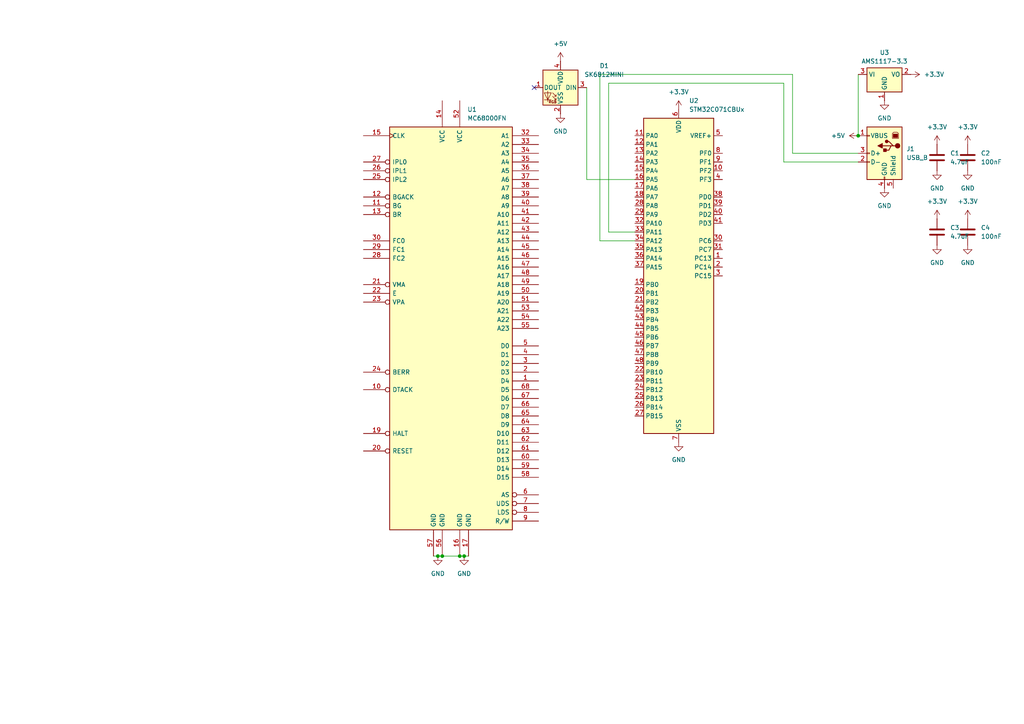
<source format=kicad_sch>
(kicad_sch (version 20231120) (generator "eeschema") (generator_version "8.0")
  (paper "A4")
  (lib_symbols
    (symbol "CPU_NXP_68000:MC68000FN" (pin_names (offset 0.762))
      (property "Reference" "U" (at -16.51 59.69 0))
      (property "Value" "MC68000FN" (at 12.7 -59.69 0))
      (symbol "MC68000FN_0_1"
        (rectangle (start -17.78 58.42) (end 17.78 -58.42) (stroke (width 0.254)) (fill (type background)))
      )
      (symbol "MC68000FN_1_1"
        (pin bidirectional line (at 25.4 -15.24 180) (length 7.62) (name "D4") (number "1"))
        (pin input inverted (at -25.4 -17.78 0) (length 7.62) (name "DTACK") (number "10"))
        (pin output inverted (at -25.4 35.56 0) (length 7.62) (name "BG") (number "11"))
        (pin input inverted (at -25.4 38.1 0) (length 7.62) (name "BGACK") (number "12"))
        (pin input inverted (at -25.4 33.02 0) (length 7.62) (name "BR") (number "13"))
        (pin power_in line (at -2.54 66.04 270) (length 7.62) (name "VCC") (number "14"))
        (pin input clock (at -25.4 55.88 0) (length 7.62) (name "CLK") (number "15"))
        (pin power_in line (at 2.54 -66.04 90) (length 7.62) (name "GND") (number "16"))
        (pin power_in line (at 5.08 -66.04 90) (length 7.62) (name "GND") (number "17"))
        (pin no_connect line (at -17.78 -45.72 0) (length 0) hide (name "NC") (number "18"))
        (pin bidirectional inverted (at -25.4 -30.48 0) (length 7.62) (name "HALT") (number "19"))
        (pin bidirectional line (at 25.4 -12.7 180) (length 7.62) (name "D3") (number "2"))
        (pin input inverted (at -25.4 -35.56 0) (length 7.62) (name "RESET") (number "20"))
        (pin output inverted (at -25.4 12.7 0) (length 7.62) (name "VMA") (number "21"))
        (pin output line (at -25.4 10.16 0) (length 7.62) (name "E") (number "22"))
        (pin input inverted (at -25.4 7.62 0) (length 7.62) (name "VPA") (number "23"))
        (pin input inverted (at -25.4 -12.7 0) (length 7.62) (name "BERR") (number "24"))
        (pin input inverted (at -25.4 43.18 0) (length 7.62) (name "IPL2") (number "25"))
        (pin input inverted (at -25.4 45.72 0) (length 7.62) (name "IPL1") (number "26"))
        (pin input inverted (at -25.4 48.26 0) (length 7.62) (name "IPL0") (number "27"))
        (pin output line (at -25.4 20.32 0) (length 7.62) (name "FC2") (number "28"))
        (pin output line (at -25.4 22.86 0) (length 7.62) (name "FC1") (number "29"))
        (pin bidirectional line (at 25.4 -10.16 180) (length 7.62) (name "D2") (number "3"))
        (pin output line (at -25.4 25.4 0) (length 7.62) (name "FC0") (number "30"))
        (pin no_connect line (at -17.78 -48.26 0) (length 0) hide (name "NC") (number "31"))
        (pin output line (at 25.4 55.88 180) (length 7.62) (name "A1") (number "32"))
        (pin output line (at 25.4 53.34 180) (length 7.62) (name "A2") (number "33"))
        (pin output line (at 25.4 50.8 180) (length 7.62) (name "A3") (number "34"))
        (pin output line (at 25.4 48.26 180) (length 7.62) (name "A4") (number "35"))
        (pin output line (at 25.4 45.72 180) (length 7.62) (name "A5") (number "36"))
        (pin output line (at 25.4 43.18 180) (length 7.62) (name "A6") (number "37"))
        (pin output line (at 25.4 40.64 180) (length 7.62) (name "A7") (number "38"))
        (pin output line (at 25.4 38.1 180) (length 7.62) (name "A8") (number "39"))
        (pin bidirectional line (at 25.4 -7.62 180) (length 7.62) (name "D1") (number "4"))
        (pin output line (at 25.4 35.56 180) (length 7.62) (name "A9") (number "40"))
        (pin output line (at 25.4 33.02 180) (length 7.62) (name "A10") (number "41"))
        (pin output line (at 25.4 30.48 180) (length 7.62) (name "A11") (number "42"))
        (pin output line (at 25.4 27.94 180) (length 7.62) (name "A12") (number "43"))
        (pin output line (at 25.4 25.4 180) (length 7.62) (name "A13") (number "44"))
        (pin output line (at 25.4 22.86 180) (length 7.62) (name "A14") (number "45"))
        (pin output line (at 25.4 20.32 180) (length 7.62) (name "A15") (number "46"))
        (pin output line (at 25.4 17.78 180) (length 7.62) (name "A16") (number "47"))
        (pin output line (at 25.4 15.24 180) (length 7.62) (name "A17") (number "48"))
        (pin output line (at 25.4 12.7 180) (length 7.62) (name "A18") (number "49"))
        (pin bidirectional line (at 25.4 -5.08 180) (length 7.62) (name "D0") (number "5"))
        (pin output line (at 25.4 10.16 180) (length 7.62) (name "A19") (number "50"))
        (pin output line (at 25.4 7.62 180) (length 7.62) (name "A20") (number "51"))
        (pin power_in line (at 2.54 66.04 270) (length 7.62) (name "VCC") (number "52"))
        (pin output line (at 25.4 5.08 180) (length 7.62) (name "A21") (number "53"))
        (pin output line (at 25.4 2.54 180) (length 7.62) (name "A22") (number "54"))
        (pin output line (at 25.4 0 180) (length 7.62) (name "A23") (number "55"))
        (pin power_in line (at -2.54 -66.04 90) (length 7.62) (name "GND") (number "56"))
        (pin power_in line (at -5.08 -66.04 90) (length 7.62) (name "GND") (number "57"))
        (pin bidirectional line (at 25.4 -43.18 180) (length 7.62) (name "D15") (number "58"))
        (pin bidirectional line (at 25.4 -40.64 180) (length 7.62) (name "D14") (number "59"))
        (pin output inverted (at 25.4 -48.26 180) (length 7.62) (name "AS") (number "6"))
        (pin bidirectional line (at 25.4 -38.1 180) (length 7.62) (name "D13") (number "60"))
        (pin bidirectional line (at 25.4 -35.56 180) (length 7.62) (name "D12") (number "61"))
        (pin bidirectional line (at 25.4 -33.02 180) (length 7.62) (name "D11") (number "62"))
        (pin bidirectional line (at 25.4 -30.48 180) (length 7.62) (name "D10") (number "63"))
        (pin bidirectional line (at 25.4 -27.94 180) (length 7.62) (name "D9") (number "64"))
        (pin bidirectional line (at 25.4 -25.4 180) (length 7.62) (name "D8") (number "65"))
        (pin bidirectional line (at 25.4 -22.86 180) (length 7.62) (name "D7") (number "66"))
        (pin bidirectional line (at 25.4 -20.32 180) (length 7.62) (name "D6") (number "67"))
        (pin bidirectional line (at 25.4 -17.78 180) (length 7.62) (name "D5") (number "68"))
        (pin output inverted (at 25.4 -50.8 180) (length 7.62) (name "UDS") (number "7"))
        (pin output inverted (at 25.4 -53.34 180) (length 7.62) (name "LDS") (number "8"))
        (pin output line (at 25.4 -55.88 180) (length 7.62) (name "R/W") (number "9"))
      )
    )
    (symbol "Connector:USB_B" (pin_names (offset 1.016))
      (property "Reference" "J" (at -5.08 11.43 0))
      (property "Value" "USB_B" (at -5.08 8.89 0))
      (symbol "USB_B_0_1"
        (rectangle (start -5.08 -7.62) (end 5.08 7.62) (stroke (width 0.254)) (fill (type background)))
        (circle (center -3.81 2.159) (radius 0.635) (stroke (width 0.254)) (fill (type outline)))
        (rectangle (start -3.81 5.588) (end -2.54 4.572) (fill (type outline)))
        (circle (center -0.635 3.429) (radius 0.381) (stroke (width 0.254)) (fill (type outline)))
        (rectangle (start -0.127 -7.62) (end 0.127 -6.858))
        (polyline (pts (xy -1.905 2.159) (xy 0.635 2.159)) (stroke (width 0.254)))
        (polyline (pts (xy -3.175 2.159) (xy -2.54 2.159) (xy -1.27 3.429) (xy -0.635 3.429)) (stroke (width 0.254)))
        (polyline (pts (xy -2.54 2.159) (xy -1.905 2.159) (xy -1.27 0.889) (xy 0 0.889)) (stroke (width 0.254)))
        (polyline (pts (xy 0.635 2.794) (xy 0.635 1.524) (xy 1.905 2.159) (xy 0.635 2.794)) (stroke (width 0.254)) (fill (type outline)))
        (polyline (pts (xy -4.064 4.318) (xy -2.286 4.318) (xy -2.286 5.715) (xy -2.667 6.096) (xy -3.683 6.096) (xy -4.064 5.715) (xy -4.064 4.318)))
        (rectangle (start 0.254 1.27) (end -0.508 0.508) (stroke (width 0.254)) (fill (type outline)))
        (rectangle (start 5.08 -2.667) (end 4.318 -2.413))
        (rectangle (start 5.08 -0.127) (end 4.318 0.127))
        (rectangle (start 5.08 4.953) (end 4.318 5.207))
      )
      (symbol "USB_B_1_1"
        (pin power_out line (at 7.62 5.08 180) (length 2.54) (name "VBUS") (number "1"))
        (pin bidirectional line (at 7.62 -2.54 180) (length 2.54) (name "D-") (number "2"))
        (pin bidirectional line (at 7.62 0 180) (length 2.54) (name "D+") (number "3"))
        (pin power_out line (at 0 -10.16 90) (length 2.54) (name "GND") (number "4"))
        (pin passive line (at -2.54 -10.16 90) (length 2.54) (name "Shield") (number "5"))
      )
    )
    (symbol "Device:C" (pin_numbers hide) (pin_names (offset 0.254))
      (property "Reference" "C" (at 0.635 2.54 0))
      (property "Value" "C" (at 0.635 -2.54 0))
      (symbol "C_0_1"
        (polyline (pts (xy -2.032 -0.762) (xy 2.032 -0.762)) (stroke (width 0.508)))
        (polyline (pts (xy -2.032 0.762) (xy 2.032 0.762)) (stroke (width 0.508)))
      )
      (symbol "C_1_1"
        (pin passive line (at 0 3.81 270) (length 2.794) (name "~") (number "1"))
        (pin passive line (at 0 -3.81 90) (length 2.794) (name "~") (number "2"))
      )
    )
    (symbol "LED:SK6812MINI" (pin_names (offset 0.254))
      (property "Reference" "D" (at 5.08 5.715 0))
      (property "Value" "SK6812MINI" (at 1.27 -5.715 0))
      (symbol "SK6812MINI_0_0"
        (text "RGB" (at 2.286 -4.191 0) (effects (font (size 0.762 0.762))))
      )
      (symbol "SK6812MINI_0_1"
        (polyline (pts (xy 1.27 -3.556) (xy 1.778 -3.556)))
        (polyline (pts (xy 1.27 -2.54) (xy 1.778 -2.54)))
        (polyline (pts (xy 4.699 -3.556) (xy 2.667 -3.556)))
        (polyline (pts (xy 2.286 -2.54) (xy 1.27 -3.556) (xy 1.27 -3.048)))
        (polyline (pts (xy 2.286 -1.524) (xy 1.27 -2.54) (xy 1.27 -2.032)))
        (polyline (pts (xy 3.683 -1.016) (xy 3.683 -3.556) (xy 3.683 -4.064)))
        (polyline (pts (xy 4.699 -1.524) (xy 2.667 -1.524) (xy 3.683 -3.556) (xy 4.699 -1.524)))
        (rectangle (start 5.08 5.08) (end -5.08 -5.08) (stroke (width 0.254)) (fill (type background)))
      )
      (symbol "SK6812MINI_1_1"
        (pin output line (at 7.62 0 180) (length 2.54) (name "DOUT") (number "1"))
        (pin power_in line (at 0 -7.62 90) (length 2.54) (name "VSS") (number "2"))
        (pin input line (at -7.62 0 0) (length 2.54) (name "DIN") (number "3"))
        (pin power_in line (at 0 7.62 270) (length 2.54) (name "VDD") (number "4"))
      )
    )
    (symbol "MCU_ST_STM32C0:STM32C071CBUx"
      (property "Reference" "U" (at -10.16 46.99 0))
      (property "Value" "STM32C071CBUx" (at 2.54 46.99 0))
      (symbol "STM32C071CBUx_0_1"
        (rectangle (start -10.16 -45.72) (end 10.16 45.72) (stroke (width 0.254)) (fill (type background)))
      )
      (symbol "STM32C071CBUx_1_1"
        (pin bidirectional line (at -12.7 5.08 0) (length 2.54) (name "PC13") (number "1"))
        (pin bidirectional line (at -12.7 30.48 0) (length 2.54) (name "PF2") (number "10"))
        (pin bidirectional line (at 12.7 40.64 180) (length 2.54) (name "PA0") (number "11"))
        (pin bidirectional line (at 12.7 38.1 180) (length 2.54) (name "PA1") (number "12"))
        (pin bidirectional line (at 12.7 35.56 180) (length 2.54) (name "PA2") (number "13"))
        (pin bidirectional line (at 12.7 33.02 180) (length 2.54) (name "PA3") (number "14"))
        (pin bidirectional line (at 12.7 30.48 180) (length 2.54) (name "PA4") (number "15"))
        (pin bidirectional line (at 12.7 27.94 180) (length 2.54) (name "PA5") (number "16"))
        (pin bidirectional line (at 12.7 25.4 180) (length 2.54) (name "PA6") (number "17"))
        (pin bidirectional line (at 12.7 22.86 180) (length 2.54) (name "PA7") (number "18"))
        (pin bidirectional line (at 12.7 -2.54 180) (length 2.54) (name "PB0") (number "19"))
        (pin bidirectional line (at -12.7 2.54 0) (length 2.54) (name "PC14") (number "2"))
        (pin bidirectional line (at 12.7 -5.08 180) (length 2.54) (name "PB1") (number "20"))
        (pin bidirectional line (at 12.7 -7.62 180) (length 2.54) (name "PB2") (number "21"))
        (pin bidirectional line (at 12.7 -27.94 180) (length 2.54) (name "PB10") (number "22"))
        (pin bidirectional line (at 12.7 -30.48 180) (length 2.54) (name "PB11") (number "23"))
        (pin bidirectional line (at 12.7 -33.02 180) (length 2.54) (name "PB12") (number "24"))
        (pin bidirectional line (at 12.7 -35.56 180) (length 2.54) (name "PB13") (number "25"))
        (pin bidirectional line (at 12.7 -38.1 180) (length 2.54) (name "PB14") (number "26"))
        (pin bidirectional line (at 12.7 -40.64 180) (length 2.54) (name "PB15") (number "27"))
        (pin bidirectional line (at 12.7 20.32 180) (length 2.54) (name "PA8") (number "28"))
        (pin bidirectional line (at 12.7 17.78 180) (length 2.54) (name "PA9") (number "29"))
        (pin bidirectional line (at -12.7 0 0) (length 2.54) (name "PC15") (number "3"))
        (pin bidirectional line (at -12.7 10.16 0) (length 2.54) (name "PC6") (number "30"))
        (pin bidirectional line (at -12.7 7.62 0) (length 2.54) (name "PC7") (number "31"))
        (pin bidirectional line (at 12.7 15.24 180) (length 2.54) (name "PA10") (number "32"))
        (pin bidirectional line (at 12.7 12.7 180) (length 2.54) (name "PA11") (number "33"))
        (pin bidirectional line (at 12.7 10.16 180) (length 2.54) (name "PA12") (number "34"))
        (pin bidirectional line (at 12.7 7.62 180) (length 2.54) (name "PA13") (number "35"))
        (pin bidirectional line (at 12.7 5.08 180) (length 2.54) (name "PA14") (number "36"))
        (pin bidirectional line (at 12.7 2.54 180) (length 2.54) (name "PA15") (number "37"))
        (pin bidirectional line (at -12.7 22.86 0) (length 2.54) (name "PD0") (number "38"))
        (pin bidirectional line (at -12.7 20.32 0) (length 2.54) (name "PD1") (number "39"))
        (pin bidirectional line (at -12.7 27.94 0) (length 2.54) (name "PF3") (number "4"))
        (pin bidirectional line (at -12.7 17.78 0) (length 2.54) (name "PD2") (number "40"))
        (pin bidirectional line (at -12.7 15.24 0) (length 2.54) (name "PD3") (number "41"))
        (pin bidirectional line (at 12.7 -10.16 180) (length 2.54) (name "PB3") (number "42"))
        (pin bidirectional line (at 12.7 -12.7 180) (length 2.54) (name "PB4") (number "43"))
        (pin bidirectional line (at 12.7 -15.24 180) (length 2.54) (name "PB5") (number "44"))
        (pin bidirectional line (at 12.7 -17.78 180) (length 2.54) (name "PB6") (number "45"))
        (pin bidirectional line (at 12.7 -20.32 180) (length 2.54) (name "PB7") (number "46"))
        (pin bidirectional line (at 12.7 -22.86 180) (length 2.54) (name "PB8") (number "47"))
        (pin bidirectional line (at 12.7 -25.4 180) (length 2.54) (name "PB9") (number "48"))
        (pin passive line (at 0 -48.26 90) (length 2.54) hide (name "VSS") (number "49"))
        (pin input line (at -12.7 40.64 0) (length 2.54) (name "VREF+") (number "5"))
        (pin power_in line (at 0 48.26 270) (length 2.54) (name "VDD") (number "6"))
        (pin power_in line (at 0 -48.26 90) (length 2.54) (name "VSS") (number "7"))
        (pin bidirectional line (at -12.7 35.56 0) (length 2.54) (name "PF0") (number "8"))
        (pin bidirectional line (at -12.7 33.02 0) (length 2.54) (name "PF1") (number "9"))
      )
    )
    (symbol "Regulator_Linear:AMS1117-3.3"
      (property "Reference" "U" (at -3.81 3.175 0))
      (property "Value" "AMS1117-3.3" (at 0 3.175 0))
      (symbol "AMS1117-3.3_0_1"
        (rectangle (start -5.08 -5.08) (end 5.08 1.905) (stroke (width 0.254)) (fill (type background)))
      )
      (symbol "AMS1117-3.3_1_1"
        (pin power_in line (at 0 -7.62 90) (length 2.54) (name "GND") (number "1"))
        (pin power_out line (at 7.62 0 180) (length 2.54) (name "VO") (number "2"))
        (pin power_in line (at -7.62 0 0) (length 2.54) (name "VI") (number "3"))
      )
    )
    (symbol "power:+3.3V" (power) (pin_numbers hide) (pin_names (offset 0) hide)
      (property "Value" "+3.3V" (at 0 3.556 0))
      (symbol "+3.3V_0_1"
        (polyline (pts (xy -0.762 1.27) (xy 0 2.54)))
        (polyline (pts (xy 0 0) (xy 0 2.54)))
        (polyline (pts (xy 0 2.54) (xy 0.762 1.27)))
      )
      (symbol "+3.3V_1_1"
        (pin power_in line (at 0 0 90) (length 0) (name "~") (number "1"))
      )
    )
    (symbol "power:+5V" (power) (pin_numbers hide) (pin_names (offset 0) hide)
      (property "Value" "+5V" (at 0 3.556 0))
      (symbol "+5V_0_1"
        (polyline (pts (xy -0.762 1.27) (xy 0 2.54)))
        (polyline (pts (xy 0 0) (xy 0 2.54)))
        (polyline (pts (xy 0 2.54) (xy 0.762 1.27)))
      )
      (symbol "+5V_1_1"
        (pin power_in line (at 0 0 90) (length 0) (name "~") (number "1"))
      )
    )
    (symbol "power:GND" (power) (pin_numbers hide) (pin_names (offset 0) hide)
      (property "Value" "GND" (at 0 -3.81 0))
      (symbol "GND_0_1"
        (polyline (pts (xy 0 0) (xy 0 -1.27) (xy 1.27 -1.27) (xy 0 -2.54) (xy -1.27 -1.27) (xy 0 -1.27)))
      )
      (symbol "GND_1_1"
        (pin power_in line (at 0 0 270) (length 0) (name "~") (number "1"))
      )
    )
  )
  (junction (at 133.35 161.29))
  (junction (at 248.92 39.37))
  (junction (at 127 161.29))
  (junction (at 128.27 161.29))
  (junction (at 134.62 161.29))
  (no_connect (at 154.94 25.4))
  (wire (pts (xy 134.62 161.29) (xy 135.89 161.29)))
  (wire (pts (xy 248.92 44.45) (xy 229.87 44.45)))
  (wire (pts (xy 229.87 44.45) (xy 229.87 21.59)))
  (wire (pts (xy 128.27 161.29) (xy 133.35 161.29)))
  (wire (pts (xy 248.92 46.99) (xy 227.33 46.99)))
  (wire (pts (xy 173.99 69.85) (xy 184.15 69.85)))
  (wire (pts (xy 184.15 52.07) (xy 170.18 52.07)))
  (wire (pts (xy 176.53 24.13) (xy 176.53 67.31)))
  (wire (pts (xy 127 161.29) (xy 128.27 161.29)))
  (wire (pts (xy 229.87 21.59) (xy 173.99 21.59)))
  (wire (pts (xy 173.99 21.59) (xy 173.99 69.85)))
  (wire (pts (xy 125.73 161.29) (xy 127 161.29)))
  (wire (pts (xy 227.33 24.13) (xy 176.53 24.13)))
  (wire (pts (xy 170.18 52.07) (xy 170.18 25.4)))
  (wire (pts (xy 227.33 46.99) (xy 227.33 24.13)))
  (wire (pts (xy 176.53 67.31) (xy 184.15 67.31)))
  (wire (pts (xy 248.92 21.59) (xy 248.92 39.37)))
  (wire (pts (xy 133.35 161.29) (xy 134.62 161.29)))
  (symbol (lib_id "power:GND") (at 256.54 29.21 0) (unit 1)
    (property "Reference" "#PWR01" (effects (hide yes)))
    (property "Value" "GND" (at 256.54 34.29 0))
    (property "Description" "Power symbol creates a global label with name \"GND\" , ground" (effects (hide yes)))
  )
  (symbol (lib_id "power:GND") (at 271.78 49.53 0) (unit 1)
    (property "Reference" "#PWR011" (effects (hide yes)))
    (property "Value" "GND" (at 271.78 54.61 0))
    (property "Description" "Power symbol creates a global label with name \"GND\" , ground" (effects (hide yes)))
  )
  (symbol (lib_id "MCU_ST_STM32C0:STM32C071CBUx") (at 196.85 80.01 0) (mirror y) (unit 1)
    (property "Reference" "U2" (at 199.8665 29.21 0) (effects (justify right)))
    (property "Value" "STM32C071CBUx" (at 199.8665 31.75 0) (effects (justify right)))
    (property "Footprint" "Package_DFN_QFN:QFN-48-1EP_7x7mm_P0.5mm_EP5.6x5.6mm" (effects (hide yes)))
    (property "Datasheet" "https://www.st.com/resource/en/datasheet/stm32c071cb.pdf" (effects (hide yes)))
    (property "Description" "STMicroelectronics Arm Cortex-M0+ MCU, 128KB flash, 24KB RAM, 45 GPIO, UFQFPN48_GP" (effects (hide yes)))
  )
  (symbol (lib_id "power:GND") (at 256.54 54.61 0) (unit 1)
    (property "Reference" "#PWR02" (effects (hide yes)))
    (property "Value" "GND" (at 256.54 59.69 0))
    (property "Description" "Power symbol creates a global label with name \"GND\" , ground" (effects (hide yes)))
  )
  (symbol (lib_id "Connector:USB_B") (at 256.54 44.45 0) (mirror y) (unit 1)
    (property "Reference" "J1" (at 262.89 43.1799 0) (effects (justify right)))
    (property "Value" "USB_B" (at 262.89 45.7199 0) (effects (justify right)))
    (property "Footprint" "Connector_USB:USB_B_TE_5787834_Vertical" (effects (hide yes)))
    (property "Description" "USB Type B connector" (effects (hide yes)))
  )
  (symbol (lib_id "power:+3.3V") (at 280.67 41.91 0) (unit 1)
    (property "Reference" "#PWR013" (effects (hide yes)))
    (property "Value" "+3.3V" (at 280.67 36.83 0))
    (property "Description" "Power symbol creates a global label with name \"+3.3V\"" (effects (hide yes)))
  )
  (symbol (lib_id "power:GND") (at 196.85 128.27 0) (unit 1)
    (property "Reference" "#PWR03" (effects (hide yes)))
    (property "Value" "GND" (at 196.85 133.35 0))
    (property "Description" "Power symbol creates a global label with name \"GND\" , ground" (effects (hide yes)))
  )
  (symbol (lib_id "Device:C") (at 280.67 45.72 0) (unit 1)
    (property "Reference" "C2" (at 284.48 44.4499 0) (effects (justify left)))
    (property "Value" "100nF" (at 284.48 46.9899 0) (effects (justify left)))
    (property "Footprint" "Capacitor_SMD:C_0805_2012Metric" (effects (hide yes)))
    (property "Description" "Unpolarized capacitor" (effects (hide yes)))
  )
  (symbol (lib_id "power:+3.3V") (at 271.78 41.91 0) (unit 1)
    (property "Reference" "#PWR012" (effects (hide yes)))
    (property "Value" "+3.3V" (at 271.78 36.83 0))
    (property "Description" "Power symbol creates a global label with name \"+3.3V\"" (effects (hide yes)))
  )
  (symbol (lib_id "Device:C") (at 271.78 67.31 0) (unit 1)
    (property "Reference" "C3" (at 275.59 66.0399 0) (effects (justify left)))
    (property "Value" "4.7uF" (at 275.59 68.5799 0) (effects (justify left)))
    (property "Footprint" "Capacitor_SMD:C_0805_2012Metric" (effects (hide yes)))
    (property "Description" "Unpolarized capacitor" (effects (hide yes)))
  )
  (symbol (lib_id "power:+3.3V") (at 280.67 63.5 0) (unit 1)
    (property "Reference" "#PWR017" (effects (hide yes)))
    (property "Value" "+3.3V" (at 280.67 58.42 0))
    (property "Description" "Power symbol creates a global label with name \"+3.3V\"" (effects (hide yes)))
  )
  (symbol (lib_id "power:GND") (at 134.62 161.29 0) (unit 1)
    (property "Reference" "#PWR05" (effects (hide yes)))
    (property "Value" "GND" (at 134.62 166.37 0))
    (property "Description" "Power symbol creates a global label with name \"GND\" , ground" (effects (hide yes)))
  )
  (symbol (lib_id "power:+3.3V") (at 271.78 63.5 0) (unit 1)
    (property "Reference" "#PWR015" (effects (hide yes)))
    (property "Value" "+3.3V" (at 271.78 58.42 0))
    (property "Description" "Power symbol creates a global label with name \"+3.3V\"" (effects (hide yes)))
  )
  (symbol (lib_id "power:+5V") (at 162.56 17.78 0) (unit 1)
    (property "Reference" "#PWR09" (effects (hide yes)))
    (property "Value" "+5V" (at 162.56 12.7 0))
    (property "Description" "Power symbol creates a global label with name \"+5V\"" (effects (hide yes)))
  )
  (symbol (lib_id "power:+3.3V") (at 264.16 21.59 270) (unit 1)
    (property "Reference" "#PWR06" (effects (hide yes)))
    (property "Value" "+3.3V" (at 267.97 21.5899 90) (effects (justify left)))
    (property "Description" "Power symbol creates a global label with name \"+3.3V\"" (effects (hide yes)))
  )
  (symbol (lib_id "Device:C") (at 280.67 67.31 0) (unit 1)
    (property "Reference" "C4" (at 284.48 66.0399 0) (effects (justify left)))
    (property "Value" "100nF" (at 284.48 68.5799 0) (effects (justify left)))
    (property "Footprint" "Capacitor_SMD:C_0805_2012Metric" (effects (hide yes)))
    (property "Description" "Unpolarized capacitor" (effects (hide yes)))
  )
  (symbol (lib_id "power:GND") (at 271.78 71.12 0) (unit 1)
    (property "Reference" "#PWR016" (effects (hide yes)))
    (property "Value" "GND" (at 271.78 76.2 0))
    (property "Description" "Power symbol creates a global label with name \"GND\" , ground" (effects (hide yes)))
  )
  (symbol (lib_id "LED:SK6812MINI") (at 162.56 25.4 0) (mirror y) (unit 1)
    (property "Reference" "D1" (at 175.26 19.0814 0))
    (property "Value" "SK6812MINI" (at 175.26 21.6214 0))
    (property "Footprint" "LED_SMD:LED_SK6812MINI_PLCC4_3.5x3.5mm_P1.75mm" (effects (hide yes)))
    (property "Datasheet" "https://cdn-shop.adafruit.com/product-files/2686/SK6812MINI_REV.01-1-2.pdf" (effects (hide yes)))
    (property "Description" "RGB LED with integrated controller" (effects (hide yes)))
  )
  (symbol (lib_id "Regulator_Linear:AMS1117-3.3") (at 256.54 21.59 0) (unit 1)
    (property "Reference" "U3" (at 256.54 15.24 0))
    (property "Value" "AMS1117-3.3" (at 256.54 17.78 0))
    (property "Footprint" "Package_TO_SOT_SMD:SOT-223-3_TabPin2" (effects (hide yes)))
    (property "Datasheet" "http://www.advanced-monolithic.com/pdf/ds1117.pdf" (effects (hide yes)))
    (property "Description" "1A Low Dropout regulator, positive, 3.3V fixed output, SOT-223" (effects (hide yes)))
  )
  (symbol (lib_id "power:+3.3V") (at 196.85 31.75 0) (unit 1)
    (property "Reference" "#PWR07" (effects (hide yes)))
    (property "Value" "+3.3V" (at 196.85 26.67 0))
    (property "Description" "Power symbol creates a global label with name \"+3.3V\"" (effects (hide yes)))
  )
  (symbol (lib_id "power:GND") (at 280.67 49.53 0) (unit 1)
    (property "Reference" "#PWR014" (effects (hide yes)))
    (property "Value" "GND" (at 280.67 54.61 0))
    (property "Description" "Power symbol creates a global label with name \"GND\" , ground" (effects (hide yes)))
  )
  (symbol (lib_id "power:GND") (at 127 161.29 0) (unit 1)
    (property "Reference" "#PWR04" (effects (hide yes)))
    (property "Value" "GND" (at 127 166.37 0))
    (property "Description" "Power symbol creates a global label with name \"GND\" , ground" (effects (hide yes)))
  )
  (symbol (lib_id "power:GND") (at 280.67 71.12 0) (unit 1)
    (property "Reference" "#PWR018" (effects (hide yes)))
    (property "Value" "GND" (at 280.67 76.2 0))
    (property "Description" "Power symbol creates a global label with name \"GND\" , ground" (effects (hide yes)))
  )
  (symbol (lib_id "Device:C") (at 271.78 45.72 0) (unit 1)
    (property "Reference" "C1" (at 275.59 44.4499 0) (effects (justify left)))
    (property "Value" "4.7uF" (at 275.59 46.9899 0) (effects (justify left)))
    (property "Footprint" "Capacitor_SMD:C_0805_2012Metric" (effects (hide yes)))
    (property "Description" "Unpolarized capacitor" (effects (hide yes)))
  )
  (symbol (lib_id "power:GND") (at 162.56 33.02 0) (unit 1)
    (property "Reference" "#PWR010" (effects (hide yes)))
    (property "Value" "GND" (at 162.56 38.1 0))
    (property "Description" "Power symbol creates a global label with name \"GND\" , ground" (effects (hide yes)))
  )
  (symbol (lib_id "CPU_NXP_68000:MC68000FN") (at 130.81 95.25 0) (unit 1)
    (property "Reference" "U1" (at 135.5441 31.75 0) (effects (justify left)))
    (property "Value" "MC68000FN" (at 135.5441 34.29 0) (effects (justify left)))
    (property "Datasheet" "https://www.nxp.com/docs/en/reference-manual/MC68000UM.pdf" (effects (hide yes)))
    (property "Description" "Microprocessor, 16-bit bus" (effects (hide yes)))
  )
  (symbol (lib_id "power:+5V") (at 248.92 39.37 90) (unit 1)
    (property "Reference" "#PWR08" (effects (hide yes)))
    (property "Value" "+5V" (at 245.11 39.3699 90) (effects (justify left)))
    (property "Description" "Power symbol creates a global label with name \"+5V\"" (effects (hide yes)))
  )
)
</source>
